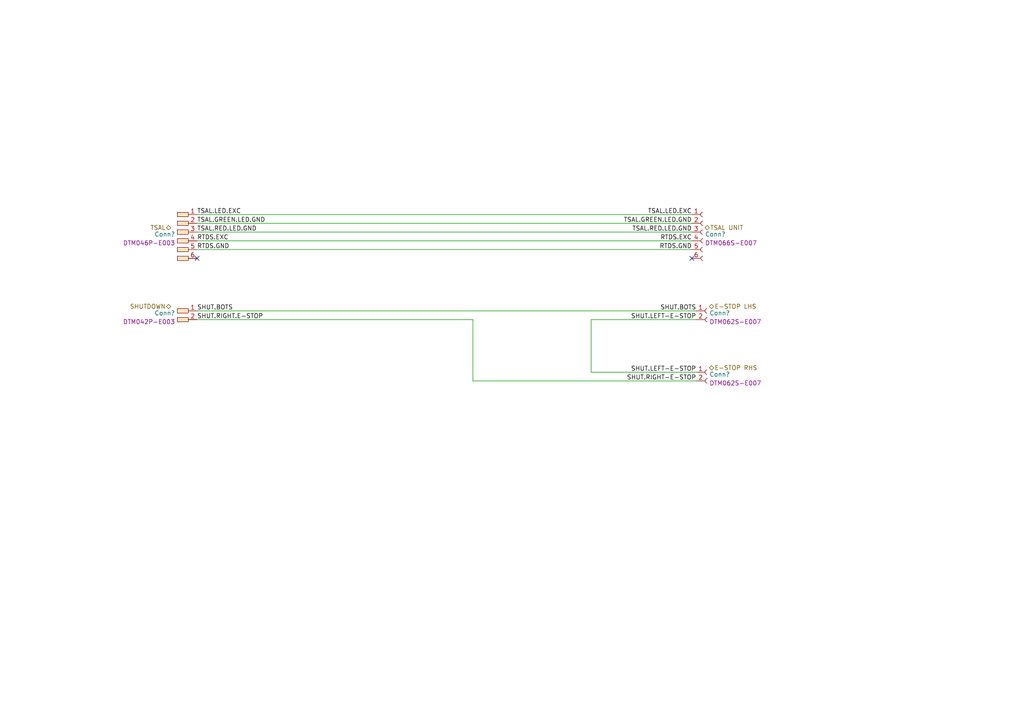
<source format=kicad_sch>
(kicad_sch
	(version 20231120)
	(generator "eeschema")
	(generator_version "8.0")
	(uuid "e17850fd-1abd-4571-94a6-13d15c5bc816")
	(paper "A4")
	(title_block
		(title "LOOM - ROLL HOOP")
	)
	(lib_symbols
		(symbol "Connectors_SUFST:Deutsch_DTM_2P_Pin"
			(exclude_from_sim no)
			(in_bom yes)
			(on_board yes)
			(property "Reference" "Conn"
				(at 0 -1.905 0)
				(effects
					(font
						(size 1.27 1.27)
					)
				)
			)
			(property "Value" "Deutsch_DTM_2P_Pin"
				(at 0 0 0)
				(effects
					(font
						(size 1.27 1.27)
					)
					(hide yes)
				)
			)
			(property "Footprint" ""
				(at 0 -1.905 0)
				(effects
					(font
						(size 1.27 1.27)
					)
					(hide yes)
				)
			)
			(property "Datasheet" ""
				(at 0 -1.905 0)
				(effects
					(font
						(size 1.27 1.27)
					)
					(hide yes)
				)
			)
			(property "Description" ""
				(at 0 0 0)
				(effects
					(font
						(size 1.27 1.27)
					)
					(hide yes)
				)
			)
			(property "P/N" "DTM042P-E003"
				(at 0 0 0)
				(effects
					(font
						(size 1.27 1.27)
					)
				)
			)
			(symbol "Deutsch_DTM_2P_Pin_0_1"
				(polyline
					(pts
						(xy -0.635 -4.445) (xy 1.905 -4.445)
					)
					(stroke
						(width 0)
						(type default)
					)
					(fill
						(type none)
					)
				)
			)
			(symbol "Deutsch_DTM_2P_Pin_1_1"
				(rectangle
					(start -3.81 -6.35)
					(end -0.635 -7.62)
					(stroke
						(width 0)
						(type default)
					)
					(fill
						(type color)
						(color 255 229 191 1)
					)
				)
				(rectangle
					(start -3.81 -3.81)
					(end -0.635 -5.08)
					(stroke
						(width 0)
						(type default)
					)
					(fill
						(type color)
						(color 255 229 191 1)
					)
				)
				(pin input line
					(at 1.905 -6.985 180)
					(length 2.54)
					(name ""
						(effects
							(font
								(size 1.27 1.27)
							)
						)
					)
					(number "1"
						(effects
							(font
								(size 1.27 1.27)
							)
						)
					)
				)
				(pin input line
					(at 1.905 -4.445 180)
					(length 2.54)
					(name ""
						(effects
							(font
								(size 1.27 1.27)
							)
						)
					)
					(number "2"
						(effects
							(font
								(size 1.27 1.27)
							)
						)
					)
				)
			)
		)
		(symbol "Connectors_SUFST:Deutsch_DTM_2S_Pin"
			(exclude_from_sim no)
			(in_bom yes)
			(on_board yes)
			(property "Reference" "Conn"
				(at 0 0.635 0)
				(effects
					(font
						(size 1.27 1.27)
					)
				)
			)
			(property "Value" "Deutsch_DTM_2S_Pin"
				(at 0 2.54 0)
				(effects
					(font
						(size 1.27 1.27)
					)
					(hide yes)
				)
			)
			(property "Footprint" ""
				(at 0 0 0)
				(effects
					(font
						(size 1.27 1.27)
					)
					(hide yes)
				)
			)
			(property "Datasheet" ""
				(at 0 0 0)
				(effects
					(font
						(size 1.27 1.27)
					)
					(hide yes)
				)
			)
			(property "Description" ""
				(at 0 0 0)
				(effects
					(font
						(size 1.27 1.27)
					)
					(hide yes)
				)
			)
			(property "P/N" "DTM062S-E007"
				(at 0 0 0)
				(effects
					(font
						(size 1.27 1.27)
					)
				)
			)
			(symbol "Deutsch_DTM_2S_Pin_0_1"
				(arc
					(start -2.5368 -2.5407)
					(mid -1.9833 -1.9063)
					(end -2.5355 -1.2707)
					(stroke
						(width 0)
						(type default)
					)
					(fill
						(type none)
					)
				)
				(arc
					(start -2.4524 -5.0801)
					(mid -1.8989 -4.4457)
					(end -2.4511 -3.8101)
					(stroke
						(width 0)
						(type default)
					)
					(fill
						(type none)
					)
				)
			)
			(symbol "Deutsch_DTM_2S_Pin_1_1"
				(pin input line
					(at 0.635 -4.445 180)
					(length 2.54)
					(name ""
						(effects
							(font
								(size 1.27 1.27)
							)
						)
					)
					(number "1"
						(effects
							(font
								(size 1.27 1.27)
							)
						)
					)
				)
				(pin input line
					(at 0.635 -1.905 180)
					(length 2.54)
					(name ""
						(effects
							(font
								(size 1.27 1.27)
							)
						)
					)
					(number "2"
						(effects
							(font
								(size 1.27 1.27)
							)
						)
					)
				)
			)
		)
		(symbol "Connectors_SUFST:Deutsch_DTM_6P_Pin"
			(exclude_from_sim no)
			(in_bom yes)
			(on_board yes)
			(property "Reference" "Conn"
				(at 0 -1.905 0)
				(effects
					(font
						(size 1.27 1.27)
					)
				)
			)
			(property "Value" "Deutsch_DTM_6P_Pin"
				(at 0 0 0)
				(effects
					(font
						(size 1.27 1.27)
					)
					(hide yes)
				)
			)
			(property "Footprint" ""
				(at 0 0 0)
				(effects
					(font
						(size 1.27 1.27)
					)
					(hide yes)
				)
			)
			(property "Datasheet" ""
				(at 0 0 0)
				(effects
					(font
						(size 1.27 1.27)
					)
					(hide yes)
				)
			)
			(property "Description" ""
				(at 0 0 0)
				(effects
					(font
						(size 1.27 1.27)
					)
					(hide yes)
				)
			)
			(property "P/N" "DTM046P-E003"
				(at 0 0 0)
				(effects
					(font
						(size 1.27 1.27)
					)
				)
			)
			(symbol "Deutsch_DTM_6P_Pin_0_1"
				(polyline
					(pts
						(xy -0.635 -14.605) (xy 1.905 -14.605)
					)
					(stroke
						(width 0)
						(type default)
					)
					(fill
						(type none)
					)
				)
				(polyline
					(pts
						(xy -0.635 -9.525) (xy 1.905 -9.525)
					)
					(stroke
						(width 0)
						(type default)
					)
					(fill
						(type none)
					)
				)
				(polyline
					(pts
						(xy -0.635 -4.445) (xy 1.905 -4.445)
					)
					(stroke
						(width 0)
						(type default)
					)
					(fill
						(type none)
					)
				)
			)
			(symbol "Deutsch_DTM_6P_Pin_1_1"
				(rectangle
					(start -3.81 -16.51)
					(end -0.635 -17.78)
					(stroke
						(width 0)
						(type default)
					)
					(fill
						(type color)
						(color 255 229 191 1)
					)
				)
				(rectangle
					(start -3.81 -13.97)
					(end -0.635 -15.24)
					(stroke
						(width 0)
						(type default)
					)
					(fill
						(type color)
						(color 255 229 191 1)
					)
				)
				(rectangle
					(start -3.81 -11.43)
					(end -0.635 -12.7)
					(stroke
						(width 0)
						(type default)
					)
					(fill
						(type color)
						(color 255 229 191 1)
					)
				)
				(rectangle
					(start -3.81 -8.89)
					(end -0.635 -10.16)
					(stroke
						(width 0)
						(type default)
					)
					(fill
						(type color)
						(color 255 229 191 1)
					)
				)
				(rectangle
					(start -3.81 -6.35)
					(end -0.635 -7.62)
					(stroke
						(width 0)
						(type default)
					)
					(fill
						(type color)
						(color 255 229 191 1)
					)
				)
				(rectangle
					(start -3.81 -3.81)
					(end -0.635 -5.08)
					(stroke
						(width 0)
						(type default)
					)
					(fill
						(type color)
						(color 255 229 191 1)
					)
				)
				(pin input line
					(at 1.905 -17.145 180)
					(length 2.54)
					(name ""
						(effects
							(font
								(size 1.27 1.27)
							)
						)
					)
					(number "1"
						(effects
							(font
								(size 1.27 1.27)
							)
						)
					)
				)
				(pin input line
					(at 1.905 -14.605 180)
					(length 2.54)
					(name ""
						(effects
							(font
								(size 1.27 1.27)
							)
						)
					)
					(number "2"
						(effects
							(font
								(size 1.27 1.27)
							)
						)
					)
				)
				(pin input line
					(at 1.905 -12.065 180)
					(length 2.54)
					(name ""
						(effects
							(font
								(size 1.27 1.27)
							)
						)
					)
					(number "3"
						(effects
							(font
								(size 1.27 1.27)
							)
						)
					)
				)
				(pin input line
					(at 1.905 -9.525 180)
					(length 2.54)
					(name ""
						(effects
							(font
								(size 1.27 1.27)
							)
						)
					)
					(number "4"
						(effects
							(font
								(size 1.27 1.27)
							)
						)
					)
				)
				(pin input line
					(at 1.905 -6.985 180)
					(length 2.54)
					(name ""
						(effects
							(font
								(size 1.27 1.27)
							)
						)
					)
					(number "5"
						(effects
							(font
								(size 1.27 1.27)
							)
						)
					)
				)
				(pin input line
					(at 1.905 -4.445 180)
					(length 2.54)
					(name ""
						(effects
							(font
								(size 1.27 1.27)
							)
						)
					)
					(number "6"
						(effects
							(font
								(size 1.27 1.27)
							)
						)
					)
				)
			)
		)
		(symbol "Connectors_SUFST:Deutsch_DTM_6S_Pin"
			(exclude_from_sim no)
			(in_bom yes)
			(on_board yes)
			(property "Reference" "Conn"
				(at 0 0.635 0)
				(effects
					(font
						(size 1.27 1.27)
					)
				)
			)
			(property "Value" "Deutsch_DTM_6S_Pin"
				(at 0 2.54 0)
				(effects
					(font
						(size 1.27 1.27)
					)
					(hide yes)
				)
			)
			(property "Footprint" ""
				(at 0 0.635 0)
				(effects
					(font
						(size 1.27 1.27)
					)
					(hide yes)
				)
			)
			(property "Datasheet" ""
				(at 0 0.635 0)
				(effects
					(font
						(size 1.27 1.27)
					)
					(hide yes)
				)
			)
			(property "Description" ""
				(at 0 0 0)
				(effects
					(font
						(size 1.27 1.27)
					)
					(hide yes)
				)
			)
			(property "P/N" "DTM066S-E007"
				(at 0 0 0)
				(effects
					(font
						(size 1.27 1.27)
					)
				)
			)
			(symbol "Deutsch_DTM_6S_Pin_0_1"
				(arc
					(start -2.5368 -12.7007)
					(mid -1.9833 -12.0663)
					(end -2.5355 -11.4307)
					(stroke
						(width 0)
						(type default)
					)
					(fill
						(type none)
					)
				)
				(arc
					(start -2.5368 -7.6207)
					(mid -1.9833 -6.9863)
					(end -2.5355 -6.3507)
					(stroke
						(width 0)
						(type default)
					)
					(fill
						(type none)
					)
				)
				(arc
					(start -2.5368 -2.5407)
					(mid -1.9833 -1.9063)
					(end -2.5355 -1.2707)
					(stroke
						(width 0)
						(type default)
					)
					(fill
						(type none)
					)
				)
				(arc
					(start -2.4524 -15.2401)
					(mid -1.8989 -14.6057)
					(end -2.4511 -13.9701)
					(stroke
						(width 0)
						(type default)
					)
					(fill
						(type none)
					)
				)
				(arc
					(start -2.4524 -10.1601)
					(mid -1.8989 -9.5257)
					(end -2.4511 -8.8901)
					(stroke
						(width 0)
						(type default)
					)
					(fill
						(type none)
					)
				)
				(arc
					(start -2.4524 -5.0801)
					(mid -1.8989 -4.4457)
					(end -2.4511 -3.8101)
					(stroke
						(width 0)
						(type default)
					)
					(fill
						(type none)
					)
				)
			)
			(symbol "Deutsch_DTM_6S_Pin_1_1"
				(pin input line
					(at 0.635 -14.605 180)
					(length 2.54)
					(name ""
						(effects
							(font
								(size 1.27 1.27)
							)
						)
					)
					(number "1"
						(effects
							(font
								(size 1.27 1.27)
							)
						)
					)
				)
				(pin input line
					(at 0.635 -12.065 180)
					(length 2.54)
					(name ""
						(effects
							(font
								(size 1.27 1.27)
							)
						)
					)
					(number "2"
						(effects
							(font
								(size 1.27 1.27)
							)
						)
					)
				)
				(pin input line
					(at 0.635 -9.525 180)
					(length 2.54)
					(name ""
						(effects
							(font
								(size 1.27 1.27)
							)
						)
					)
					(number "3"
						(effects
							(font
								(size 1.27 1.27)
							)
						)
					)
				)
				(pin input line
					(at 0.635 -6.985 180)
					(length 2.54)
					(name ""
						(effects
							(font
								(size 1.27 1.27)
							)
						)
					)
					(number "4"
						(effects
							(font
								(size 1.27 1.27)
							)
						)
					)
				)
				(pin input line
					(at 0.635 -4.445 180)
					(length 2.54)
					(name ""
						(effects
							(font
								(size 1.27 1.27)
							)
						)
					)
					(number "5"
						(effects
							(font
								(size 1.27 1.27)
							)
						)
					)
				)
				(pin input line
					(at 0.635 -1.905 180)
					(length 2.54)
					(name ""
						(effects
							(font
								(size 1.27 1.27)
							)
						)
					)
					(number "6"
						(effects
							(font
								(size 1.27 1.27)
							)
						)
					)
				)
			)
		)
	)
	(no_connect
		(at 57.15 74.93)
		(uuid "2cad55ac-110b-42fa-be33-3a1b0250b007")
	)
	(no_connect
		(at 200.66 74.93)
		(uuid "f98514b4-1c2f-405e-a422-9b98c060fa4a")
	)
	(wire
		(pts
			(xy 201.93 110.49) (xy 137.16 110.49)
		)
		(stroke
			(width 0)
			(type default)
		)
		(uuid "150679ef-d8dc-4b0e-b81d-30141eb0333b")
	)
	(wire
		(pts
			(xy 57.15 92.71) (xy 137.16 92.71)
		)
		(stroke
			(width 0)
			(type default)
		)
		(uuid "2e40d54a-a485-447e-9172-6e17184004af")
	)
	(wire
		(pts
			(xy 57.15 62.23) (xy 200.66 62.23)
		)
		(stroke
			(width 0)
			(type default)
		)
		(uuid "352172e5-e39e-4546-a1ff-2d19504cb2ff")
	)
	(wire
		(pts
			(xy 57.15 72.39) (xy 200.66 72.39)
		)
		(stroke
			(width 0)
			(type default)
		)
		(uuid "887787c3-0c9c-4314-a19c-d9bf2a89c4eb")
	)
	(wire
		(pts
			(xy 57.15 90.17) (xy 201.93 90.17)
		)
		(stroke
			(width 0)
			(type default)
		)
		(uuid "8cb5d0d0-14ca-491d-a660-c7f79c895b6d")
	)
	(wire
		(pts
			(xy 201.93 92.71) (xy 171.45 92.71)
		)
		(stroke
			(width 0)
			(type default)
		)
		(uuid "aa1f0442-883f-43e9-8470-e5988d674862")
	)
	(wire
		(pts
			(xy 57.15 69.85) (xy 200.66 69.85)
		)
		(stroke
			(width 0)
			(type default)
		)
		(uuid "ca479ad7-017e-4441-9959-bcb432eb3d59")
	)
	(wire
		(pts
			(xy 57.15 64.77) (xy 200.66 64.77)
		)
		(stroke
			(width 0)
			(type default)
		)
		(uuid "cf216286-e577-41a4-846f-7d909e6f3ef5")
	)
	(wire
		(pts
			(xy 171.45 92.71) (xy 171.45 107.95)
		)
		(stroke
			(width 0)
			(type default)
		)
		(uuid "f079c381-1a85-40ef-a23e-0a03e0ca45a0")
	)
	(wire
		(pts
			(xy 171.45 107.95) (xy 201.93 107.95)
		)
		(stroke
			(width 0)
			(type default)
		)
		(uuid "f1ca7799-a8db-4b56-9fa9-e4c9ad49da8c")
	)
	(wire
		(pts
			(xy 57.15 67.31) (xy 200.66 67.31)
		)
		(stroke
			(width 0)
			(type default)
		)
		(uuid "f2bcb9ef-ab5f-462c-be21-a10d10e3314a")
	)
	(wire
		(pts
			(xy 137.16 110.49) (xy 137.16 92.71)
		)
		(stroke
			(width 0)
			(type default)
		)
		(uuid "f493e4b6-1a13-47d4-bda9-dfed2948b05b")
	)
	(label "SHUT.LEFT-E-STOP"
		(at 201.93 107.95 180)
		(fields_autoplaced yes)
		(effects
			(font
				(size 1.27 1.27)
			)
			(justify right bottom)
		)
		(uuid "21253550-feda-4d5b-9ad4-2857022163ab")
	)
	(label "SHUT.LEFT-E-STOP"
		(at 201.93 92.71 180)
		(fields_autoplaced yes)
		(effects
			(font
				(size 1.27 1.27)
			)
			(justify right bottom)
		)
		(uuid "48235f97-0656-4384-8552-1730ec0895d3")
	)
	(label "TSAL.LED.EXC"
		(at 200.66 62.23 180)
		(fields_autoplaced yes)
		(effects
			(font
				(size 1.27 1.27)
			)
			(justify right bottom)
		)
		(uuid "48e59f31-5bb1-4227-a00d-00fa2cf94c44")
	)
	(label "TSAL.GREEN.LED.GND"
		(at 57.15 64.77 0)
		(fields_autoplaced yes)
		(effects
			(font
				(size 1.27 1.27)
			)
			(justify left bottom)
		)
		(uuid "523926ea-625b-44c0-9ac5-5ef9aba8d297")
	)
	(label "SHUT.BOTS"
		(at 201.93 90.17 180)
		(fields_autoplaced yes)
		(effects
			(font
				(size 1.27 1.27)
			)
			(justify right bottom)
		)
		(uuid "53c99b8f-73f1-45ce-88cf-db2fc877928a")
	)
	(label "RTDS.EXC"
		(at 57.15 69.85 0)
		(fields_autoplaced yes)
		(effects
			(font
				(size 1.27 1.27)
			)
			(justify left bottom)
		)
		(uuid "56ee53e4-1420-437d-88ef-9c6f4194b7f6")
	)
	(label "TSAL.RED.LED.GND"
		(at 200.66 67.31 180)
		(fields_autoplaced yes)
		(effects
			(font
				(size 1.27 1.27)
			)
			(justify right bottom)
		)
		(uuid "5ad3cf0b-c812-4704-b2f4-25377281803f")
	)
	(label "TSAL.RED.LED.GND"
		(at 57.15 67.31 0)
		(fields_autoplaced yes)
		(effects
			(font
				(size 1.27 1.27)
			)
			(justify left bottom)
		)
		(uuid "6733d002-0e89-4b24-973f-afa5da3954ad")
	)
	(label "SHUT.RIGHT.E-STOP"
		(at 57.15 92.71 0)
		(fields_autoplaced yes)
		(effects
			(font
				(size 1.27 1.27)
			)
			(justify left bottom)
		)
		(uuid "9c5dca3a-4eab-4598-8a93-90c34bd5b697")
	)
	(label "TSAL.LED.EXC"
		(at 57.15 62.23 0)
		(fields_autoplaced yes)
		(effects
			(font
				(size 1.27 1.27)
			)
			(justify left bottom)
		)
		(uuid "a80ea3a0-3a5b-4184-aa18-fb8e2136adc4")
	)
	(label "TSAL.GREEN.LED.GND"
		(at 200.66 64.77 180)
		(fields_autoplaced yes)
		(effects
			(font
				(size 1.27 1.27)
			)
			(justify right bottom)
		)
		(uuid "a8d85aa9-fc1a-47ec-9ca2-6c27c1d31a5b")
	)
	(label "SHUT.BOTS"
		(at 57.15 90.17 0)
		(fields_autoplaced yes)
		(effects
			(font
				(size 1.27 1.27)
			)
			(justify left bottom)
		)
		(uuid "c51b1133-19ec-4472-a9bf-9ddc9e89d106")
	)
	(label "RTDS.EXC"
		(at 200.66 69.85 180)
		(fields_autoplaced yes)
		(effects
			(font
				(size 1.27 1.27)
			)
			(justify right bottom)
		)
		(uuid "cb85d51e-b884-43e7-aba0-f9260a6366ae")
	)
	(label "RTDS.GND"
		(at 57.15 72.39 0)
		(fields_autoplaced yes)
		(effects
			(font
				(size 1.27 1.27)
			)
			(justify left bottom)
		)
		(uuid "dc5cab58-fe26-4720-adc3-c7d44b25a3d4")
	)
	(label "SHUT.RIGHT-E-STOP"
		(at 201.93 110.49 180)
		(fields_autoplaced yes)
		(effects
			(font
				(size 1.27 1.27)
			)
			(justify right bottom)
		)
		(uuid "f14cff70-2db1-4353-b2a7-ca2bdc5c5529")
	)
	(label "RTDS.GND"
		(at 200.66 72.39 180)
		(fields_autoplaced yes)
		(effects
			(font
				(size 1.27 1.27)
			)
			(justify right bottom)
		)
		(uuid "f27af8fd-5cfa-4f21-a506-1530f918399e")
	)
	(hierarchical_label "E-STOP RHS"
		(shape bidirectional)
		(at 205.74 106.68 0)
		(fields_autoplaced yes)
		(effects
			(font
				(size 1.27 1.27)
			)
			(justify left)
		)
		(uuid "6bd477f8-7a66-4004-8e0a-774016adf1a1")
	)
	(hierarchical_label "TSAL"
		(shape bidirectional)
		(at 49.53 66.04 180)
		(fields_autoplaced yes)
		(effects
			(font
				(size 1.27 1.27)
			)
			(justify right)
		)
		(uuid "a366da80-e199-4c2e-9ff7-f14cde6efd6f")
	)
	(hierarchical_label "E-STOP LHS"
		(shape bidirectional)
		(at 205.74 88.9 0)
		(fields_autoplaced yes)
		(effects
			(font
				(size 1.27 1.27)
			)
			(justify left)
		)
		(uuid "ca049873-6306-4622-bc72-6b3e445781fb")
	)
	(hierarchical_label "SHUTDOWN"
		(shape bidirectional)
		(at 49.53 88.9 180)
		(fields_autoplaced yes)
		(effects
			(font
				(size 1.27 1.27)
			)
			(justify right)
		)
		(uuid "e21d19e9-f19b-4a2e-b351-04050cf3d54e")
	)
	(hierarchical_label "TSAL UNIT"
		(shape bidirectional)
		(at 204.47 66.04 0)
		(fields_autoplaced yes)
		(effects
			(font
				(size 1.27 1.27)
			)
			(justify left)
		)
		(uuid "f61b57da-ec49-4544-9b54-81cce9755ec7")
	)
	(symbol
		(lib_id "Connectors_SUFST:Deutsch_DTM_2P_Pin")
		(at 55.245 97.155 0)
		(mirror x)
		(unit 1)
		(exclude_from_sim no)
		(in_bom yes)
		(on_board yes)
		(dnp no)
		(fields_autoplaced yes)
		(uuid "28d392d9-d694-473e-a95a-15669024bc40")
		(property "Reference" "Conn?"
			(at 50.8 90.805 0)
			(effects
				(font
					(size 1.27 1.27)
				)
				(justify right)
			)
		)
		(property "Value" "Deutsch_DTM_2P_Pin"
			(at 55.245 97.155 0)
			(effects
				(font
					(size 1.27 1.27)
				)
				(hide yes)
			)
		)
		(property "Footprint" ""
			(at 55.245 95.25 0)
			(effects
				(font
					(size 1.27 1.27)
				)
				(hide yes)
			)
		)
		(property "Datasheet" ""
			(at 55.245 95.25 0)
			(effects
				(font
					(size 1.27 1.27)
				)
				(hide yes)
			)
		)
		(property "Description" ""
			(at 55.245 97.155 0)
			(effects
				(font
					(size 1.27 1.27)
				)
				(hide yes)
			)
		)
		(property "P/N" "DTM042P-E003"
			(at 50.8 93.345 0)
			(effects
				(font
					(size 1.27 1.27)
				)
				(justify right)
			)
		)
		(pin "1"
			(uuid "3d8236e6-49f3-473b-b130-b8933059a731")
		)
		(pin "2"
			(uuid "e5db6807-5bf7-4a5b-8d67-e965d126f034")
		)
		(instances
			(project "StagX"
				(path "/03011643-0690-4b85-ab78-d6a62dae52b1/ebf220e2-f8c9-49fb-b915-d11050f86699"
					(reference "Conn?")
					(unit 1)
				)
			)
		)
	)
	(symbol
		(lib_id "Connectors_SUFST:Deutsch_DTM_2S_Pin")
		(at 202.565 94.615 180)
		(unit 1)
		(exclude_from_sim no)
		(in_bom yes)
		(on_board yes)
		(dnp no)
		(fields_autoplaced yes)
		(uuid "82815143-51cb-4a59-b8d4-d169a84fb015")
		(property "Reference" "Conn?"
			(at 205.74 90.8046 0)
			(effects
				(font
					(size 1.27 1.27)
				)
				(justify right)
			)
		)
		(property "Value" "Deutsch_DTM_2S_Pin"
			(at 202.565 97.155 0)
			(effects
				(font
					(size 1.27 1.27)
				)
				(hide yes)
			)
		)
		(property "Footprint" ""
			(at 202.565 94.615 0)
			(effects
				(font
					(size 1.27 1.27)
				)
				(hide yes)
			)
		)
		(property "Datasheet" ""
			(at 202.565 94.615 0)
			(effects
				(font
					(size 1.27 1.27)
				)
				(hide yes)
			)
		)
		(property "Description" ""
			(at 202.565 94.615 0)
			(effects
				(font
					(size 1.27 1.27)
				)
				(hide yes)
			)
		)
		(property "P/N" "DTM062S-E007"
			(at 205.74 93.3446 0)
			(effects
				(font
					(size 1.27 1.27)
				)
				(justify right)
			)
		)
		(pin "1"
			(uuid "ff4a8be3-6f57-4b90-809e-6e8af4c33628")
		)
		(pin "2"
			(uuid "6d382c81-042f-4a20-bec0-dce1d9d01eef")
		)
		(instances
			(project "StagX"
				(path "/03011643-0690-4b85-ab78-d6a62dae52b1/ebf220e2-f8c9-49fb-b915-d11050f86699"
					(reference "Conn?")
					(unit 1)
				)
			)
		)
	)
	(symbol
		(lib_id "Connectors_SUFST:Deutsch_DTM_6S_Pin")
		(at 201.295 76.835 180)
		(unit 1)
		(exclude_from_sim no)
		(in_bom yes)
		(on_board yes)
		(dnp no)
		(fields_autoplaced yes)
		(uuid "c6460242-5dd4-4007-bd3b-058d418b7be7")
		(property "Reference" "Conn?"
			(at 204.47 67.9446 0)
			(effects
				(font
					(size 1.27 1.27)
				)
				(justify right)
			)
		)
		(property "Value" "Deutsch_DTM_6S_Pin"
			(at 201.295 79.375 0)
			(effects
				(font
					(size 1.27 1.27)
				)
				(hide yes)
			)
		)
		(property "Footprint" ""
			(at 201.295 77.47 0)
			(effects
				(font
					(size 1.27 1.27)
				)
				(hide yes)
			)
		)
		(property "Datasheet" ""
			(at 201.295 77.47 0)
			(effects
				(font
					(size 1.27 1.27)
				)
				(hide yes)
			)
		)
		(property "Description" ""
			(at 201.295 76.835 0)
			(effects
				(font
					(size 1.27 1.27)
				)
				(hide yes)
			)
		)
		(property "P/N" "DTM066S-E007"
			(at 204.47 70.4846 0)
			(effects
				(font
					(size 1.27 1.27)
				)
				(justify right)
			)
		)
		(pin "1"
			(uuid "fbfdbdb2-00fb-40c5-a557-0f1fe0edb07b")
		)
		(pin "2"
			(uuid "179f4c84-08f5-4a3f-ace1-71f547121204")
		)
		(pin "3"
			(uuid "2014259a-4ad7-465a-af09-1e0e397c57e3")
		)
		(pin "4"
			(uuid "54544060-b658-43cb-a9a8-ce78e63b8de9")
		)
		(pin "5"
			(uuid "93038b87-4df4-4675-a8ae-d769868be114")
		)
		(pin "6"
			(uuid "4249987a-d62a-4eff-a5ab-48e9bf0a9e37")
		)
		(instances
			(project "StagX"
				(path "/03011643-0690-4b85-ab78-d6a62dae52b1/ebf220e2-f8c9-49fb-b915-d11050f86699"
					(reference "Conn?")
					(unit 1)
				)
			)
		)
	)
	(symbol
		(lib_id "Connectors_SUFST:Deutsch_DTM_2S_Pin")
		(at 202.565 112.395 180)
		(unit 1)
		(exclude_from_sim no)
		(in_bom yes)
		(on_board yes)
		(dnp no)
		(fields_autoplaced yes)
		(uuid "e7c60f99-0c9c-426b-b7f1-c5a0cc44a0be")
		(property "Reference" "Conn?"
			(at 205.74 108.5846 0)
			(effects
				(font
					(size 1.27 1.27)
				)
				(justify right)
			)
		)
		(property "Value" "Deutsch_DTM_2S_Pin"
			(at 202.565 114.935 0)
			(effects
				(font
					(size 1.27 1.27)
				)
				(hide yes)
			)
		)
		(property "Footprint" ""
			(at 202.565 112.395 0)
			(effects
				(font
					(size 1.27 1.27)
				)
				(hide yes)
			)
		)
		(property "Datasheet" ""
			(at 202.565 112.395 0)
			(effects
				(font
					(size 1.27 1.27)
				)
				(hide yes)
			)
		)
		(property "Description" ""
			(at 202.565 112.395 0)
			(effects
				(font
					(size 1.27 1.27)
				)
				(hide yes)
			)
		)
		(property "P/N" "DTM062S-E007"
			(at 205.74 111.1246 0)
			(effects
				(font
					(size 1.27 1.27)
				)
				(justify right)
			)
		)
		(pin "1"
			(uuid "9833f71b-138c-4fc3-80d7-9404ac7dec5a")
		)
		(pin "2"
			(uuid "a80a9cc6-5962-4879-bfae-3ac58b3198eb")
		)
		(instances
			(project "StagX"
				(path "/03011643-0690-4b85-ab78-d6a62dae52b1/ebf220e2-f8c9-49fb-b915-d11050f86699"
					(reference "Conn?")
					(unit 1)
				)
			)
		)
	)
	(symbol
		(lib_id "Connectors_SUFST:Deutsch_DTM_6P_Pin")
		(at 55.245 79.375 0)
		(mirror x)
		(unit 1)
		(exclude_from_sim no)
		(in_bom yes)
		(on_board yes)
		(dnp no)
		(fields_autoplaced yes)
		(uuid "f05fbae6-fbb0-4168-b690-1be1ac70bbe6")
		(property "Reference" "Conn?"
			(at 50.8 67.945 0)
			(effects
				(font
					(size 1.27 1.27)
				)
				(justify right)
			)
		)
		(property "Value" "Deutsch_DTM_6P_Pin"
			(at 55.245 79.375 0)
			(effects
				(font
					(size 1.27 1.27)
				)
				(hide yes)
			)
		)
		(property "Footprint" ""
			(at 55.245 79.375 0)
			(effects
				(font
					(size 1.27 1.27)
				)
				(hide yes)
			)
		)
		(property "Datasheet" ""
			(at 55.245 79.375 0)
			(effects
				(font
					(size 1.27 1.27)
				)
				(hide yes)
			)
		)
		(property "Description" ""
			(at 55.245 79.375 0)
			(effects
				(font
					(size 1.27 1.27)
				)
				(hide yes)
			)
		)
		(property "P/N" "DTM046P-E003"
			(at 50.8 70.485 0)
			(effects
				(font
					(size 1.27 1.27)
				)
				(justify right)
			)
		)
		(pin "1"
			(uuid "7ca46c07-b715-4459-9e9a-c4c28f88e238")
		)
		(pin "2"
			(uuid "4e07e7cd-7791-4b75-a100-cc4f1af99a7e")
		)
		(pin "3"
			(uuid "4f3b4196-7b94-4aea-89c9-f0f64c4b90ac")
		)
		(pin "4"
			(uuid "74d545f8-e106-4954-aa3b-d046dafeaef2")
		)
		(pin "5"
			(uuid "1b255239-8035-4dd3-bd76-af17fdf9da89")
		)
		(pin "6"
			(uuid "1c659406-9bfd-460a-8596-8b67a4a108b2")
		)
		(instances
			(project "StagX"
				(path "/03011643-0690-4b85-ab78-d6a62dae52b1/ebf220e2-f8c9-49fb-b915-d11050f86699"
					(reference "Conn?")
					(unit 1)
				)
			)
		)
	)
)

</source>
